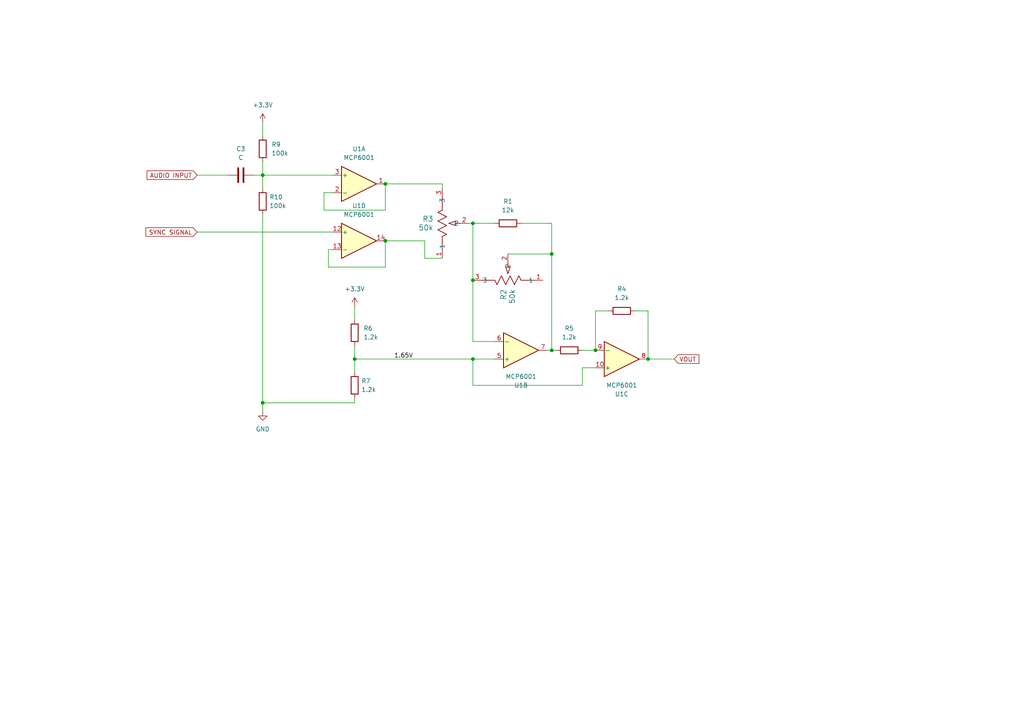
<source format=kicad_sch>
(kicad_sch (version 20231120) (generator "eeschema") (generator_version "8.0")
  (paper "A4")
  (lib_symbols
    (symbol "Amplifier_Operational:LM324" (pin_names (offset 0.127))
      (property "Reference" "U" (at 0 5.08 0))
      (property "Value" "LM324" (at 0 -5.08 0))
      (symbol "LM324_1_1"
        (polyline (pts (xy -5.08 5.08) (xy 5.08 0) (xy -5.08 -5.08) (xy -5.08 5.08)) (stroke (width 0.254)) (fill (type background)))
        (pin output line (at 7.62 0 180) (length 2.54) (name "~") (number "1"))
        (pin input line (at -7.62 -2.54 0) (length 2.54) (name "-") (number "2"))
        (pin input line (at -7.62 2.54 0) (length 2.54) (name "+") (number "3"))
      )
      (symbol "LM324_2_1"
        (polyline (pts (xy -5.08 5.08) (xy 5.08 0) (xy -5.08 -5.08) (xy -5.08 5.08)) (stroke (width 0.254)) (fill (type background)))
        (pin input line (at -7.62 2.54 0) (length 2.54) (name "+") (number "5"))
        (pin input line (at -7.62 -2.54 0) (length 2.54) (name "-") (number "6"))
        (pin output line (at 7.62 0 180) (length 2.54) (name "~") (number "7"))
      )
      (symbol "LM324_3_1"
        (polyline (pts (xy -5.08 5.08) (xy 5.08 0) (xy -5.08 -5.08) (xy -5.08 5.08)) (stroke (width 0.254)) (fill (type background)))
        (pin input line (at -7.62 2.54 0) (length 2.54) (name "+") (number "10"))
        (pin output line (at 7.62 0 180) (length 2.54) (name "~") (number "8"))
        (pin input line (at -7.62 -2.54 0) (length 2.54) (name "-") (number "9"))
      )
      (symbol "LM324_4_1"
        (polyline (pts (xy -5.08 5.08) (xy 5.08 0) (xy -5.08 -5.08) (xy -5.08 5.08)) (stroke (width 0.254)) (fill (type background)))
        (pin input line (at -7.62 2.54 0) (length 2.54) (name "+") (number "12"))
        (pin input line (at -7.62 -2.54 0) (length 2.54) (name "-") (number "13"))
        (pin output line (at 7.62 0 180) (length 2.54) (name "~") (number "14"))
      )
      (symbol "LM324_5_1"
        (pin power_in line (at -2.54 -7.62 90) (length 3.81) (name "V-") (number "11"))
        (pin power_in line (at -2.54 7.62 270) (length 3.81) (name "V+") (number "4"))
      )
    )
    (symbol "Device:C" (pin_numbers hide) (pin_names (offset 0.254))
      (property "Reference" "C" (at 0.635 2.54 0))
      (property "Value" "C" (at 0.635 -2.54 0))
      (symbol "C_0_1"
        (polyline (pts (xy -2.032 -0.762) (xy 2.032 -0.762)) (stroke (width 0.508)))
        (polyline (pts (xy -2.032 0.762) (xy 2.032 0.762)) (stroke (width 0.508)))
      )
      (symbol "C_1_1"
        (pin passive line (at 0 3.81 270) (length 2.794) (name "~") (number "1"))
        (pin passive line (at 0 -3.81 90) (length 2.794) (name "~") (number "2"))
      )
    )
    (symbol "Device:R" (pin_numbers hide) (pin_names (offset 0))
      (property "Reference" "R" (at 2.032 0 90))
      (property "Value" "R" (at 0 0 90))
      (symbol "R_0_1"
        (rectangle (start -1.016 -2.54) (end 1.016 2.54) (stroke (width 0.254)))
      )
      (symbol "R_1_1"
        (pin passive line (at 0 3.81 270) (length 1.27) (name "~") (number "1"))
        (pin passive line (at 0 -3.81 90) (length 1.27) (name "~") (number "2"))
      )
    )
    (symbol "Pot_BOURNS_10k:3386P-1-103LF" (pin_names (offset 0.254))
      (property "Reference" "R" (at 10.795 -3.175 0))
      (property "Value" "3386P-1-103LF" (at 10.795 -6.35 0))
      (symbol "3386P-1-103LF_1_1"
        (polyline (pts (xy 2.54 0) (xy 6.35 0)) (stroke (width 0.2032)))
        (polyline (pts (xy 6.35 0) (xy 6.985 1.27)) (stroke (width 0.2032)))
        (polyline (pts (xy 6.985 1.27) (xy 8.255 -1.27)) (stroke (width 0.2032)))
        (polyline (pts (xy 8.255 -1.27) (xy 9.525 1.27)) (stroke (width 0.2032)))
        (polyline (pts (xy 9.525 1.27) (xy 10.795 -1.27)) (stroke (width 0.2032)))
        (polyline (pts (xy 9.525 3.81) (xy 10.16 1.905)) (stroke (width 0.2032)))
        (polyline (pts (xy 9.525 3.81) (xy 10.795 3.81)) (stroke (width 0.2032)))
        (polyline (pts (xy 10.16 3.81) (xy 10.16 5.08)) (stroke (width 0.2032)))
        (polyline (pts (xy 10.795 -1.27) (xy 12.065 1.27)) (stroke (width 0.2032)))
        (polyline (pts (xy 10.795 3.81) (xy 10.16 1.905)) (stroke (width 0.2032)))
        (polyline (pts (xy 12.065 1.27) (xy 13.335 -1.27)) (stroke (width 0.2032)))
        (polyline (pts (xy 13.335 -1.27) (xy 13.97 0)) (stroke (width 0.2032)))
        (polyline (pts (xy 13.97 0) (xy 17.78 0)) (stroke (width 0.2032)))
        (pin unspecified line (at 0 0 0) (length 2.54) (name "1") (number "1"))
        (pin unspecified line (at 10.16 7.62 270) (length 2.54) (name "2") (number "2"))
        (pin unspecified line (at 20.32 0 180) (length 2.54) (name "3") (number "3"))
      )
      (symbol "3386P-1-103LF_1_2"
        (polyline (pts (xy -3.81 -10.795) (xy -3.81 -9.525)) (stroke (width 0.2032)))
        (polyline (pts (xy -3.81 -10.795) (xy -1.905 -10.16)) (stroke (width 0.2032)))
        (polyline (pts (xy -3.81 -10.16) (xy -5.08 -10.16)) (stroke (width 0.2032)))
        (polyline (pts (xy -3.81 -9.525) (xy -1.905 -10.16)) (stroke (width 0.2032)))
        (polyline (pts (xy -1.27 -13.335) (xy 1.27 -12.065)) (stroke (width 0.2032)))
        (polyline (pts (xy -1.27 -10.795) (xy 1.27 -9.525)) (stroke (width 0.2032)))
        (polyline (pts (xy -1.27 -8.255) (xy 1.27 -6.985)) (stroke (width 0.2032)))
        (polyline (pts (xy 0 -17.78) (xy 0 -13.97)) (stroke (width 0.2032)))
        (polyline (pts (xy 0 -13.97) (xy -1.27 -13.335)) (stroke (width 0.2032)))
        (polyline (pts (xy 0 -6.35) (xy 0 -2.54)) (stroke (width 0.2032)))
        (polyline (pts (xy 1.27 -12.065) (xy -1.27 -10.795)) (stroke (width 0.2032)))
        (polyline (pts (xy 1.27 -9.525) (xy -1.27 -8.255)) (stroke (width 0.2032)))
        (polyline (pts (xy 1.27 -6.985) (xy 0 -6.35)) (stroke (width 0.2032)))
        (pin unspecified line (at 0 0 270) (length 2.54) (name "1") (number "1"))
        (pin unspecified line (at -7.62 -10.16 0) (length 2.54) (name "2") (number "2"))
        (pin unspecified line (at 0 -20.32 90) (length 2.54) (name "3") (number "3"))
      )
    )
    (symbol "power:+3.3V" (power) (pin_numbers hide) (pin_names (offset 0) hide)
      (property "Value" "+3.3V" (at 0 3.556 0))
      (symbol "+3.3V_0_1"
        (polyline (pts (xy -0.762 1.27) (xy 0 2.54)))
        (polyline (pts (xy 0 0) (xy 0 2.54)))
        (polyline (pts (xy 0 2.54) (xy 0.762 1.27)))
      )
      (symbol "+3.3V_1_1"
        (pin power_in line (at 0 0 90) (length 0) (name "~") (number "1"))
      )
    )
    (symbol "power:GND" (power) (pin_numbers hide) (pin_names (offset 0) hide)
      (property "Value" "GND" (at 0 -3.81 0))
      (symbol "GND_0_1"
        (polyline (pts (xy 0 0) (xy 0 -1.27) (xy 1.27 -1.27) (xy 0 -2.54) (xy -1.27 -1.27) (xy 0 -1.27)))
      )
      (symbol "GND_1_1"
        (pin power_in line (at 0 0 270) (length 0) (name "~") (number "1"))
      )
    )
  )
  (junction (at 160.02 101.6))
  (junction (at 76.2 50.8))
  (junction (at 137.16 81.28))
  (junction (at 111.76 69.85))
  (junction (at 160.02 73.66))
  (junction (at 102.87 104.14))
  (junction (at 111.76 53.34))
  (junction (at 187.96 104.14))
  (junction (at 137.16 64.77))
  (junction (at 137.16 104.14))
  (junction (at 76.2 116.84))
  (junction (at 172.72 101.6))
  (wire (pts (xy 160.02 101.6) (xy 158.75 101.6)))
  (wire (pts (xy 76.2 50.8) (xy 96.52 50.8)))
  (wire (pts (xy 111.76 69.85) (xy 111.76 77.47)))
  (wire (pts (xy 137.16 64.77) (xy 143.51 64.77)))
  (wire (pts (xy 102.87 104.14) (xy 102.87 107.95)))
  (wire (pts (xy 168.91 101.6) (xy 172.72 101.6)))
  (wire (pts (xy 137.16 81.28) (xy 137.16 99.06)))
  (wire (pts (xy 184.15 90.17) (xy 187.96 90.17)))
  (wire (pts (xy 73.66 50.8) (xy 76.2 50.8)))
  (wire (pts (xy 57.15 50.8) (xy 66.04 50.8)))
  (wire (pts (xy 151.13 64.77) (xy 160.02 64.77)))
  (wire (pts (xy 160.02 73.66) (xy 160.02 101.6)))
  (wire (pts (xy 168.91 106.68) (xy 172.72 106.68)))
  (wire (pts (xy 160.02 64.77) (xy 160.02 73.66)))
  (wire (pts (xy 137.16 111.76) (xy 168.91 111.76)))
  (wire (pts (xy 123.19 69.85) (xy 123.19 74.93)))
  (wire (pts (xy 102.87 116.84) (xy 76.2 116.84)))
  (wire (pts (xy 172.72 90.17) (xy 172.72 101.6)))
  (wire (pts (xy 137.16 104.14) (xy 143.51 104.14)))
  (wire (pts (xy 76.2 50.8) (xy 76.2 54.61)))
  (wire (pts (xy 76.2 46.99) (xy 76.2 50.8)))
  (wire (pts (xy 76.2 62.23) (xy 76.2 116.84)))
  (wire (pts (xy 111.76 60.96) (xy 93.98 60.96)))
  (wire (pts (xy 168.91 111.76) (xy 168.91 106.68)))
  (wire (pts (xy 95.25 77.47) (xy 95.25 72.39)))
  (wire (pts (xy 123.19 74.93) (xy 128.27 74.93)))
  (wire (pts (xy 102.87 100.33) (xy 102.87 104.14)))
  (wire (pts (xy 57.15 67.31) (xy 96.52 67.31)))
  (wire (pts (xy 147.32 73.66) (xy 160.02 73.66)))
  (wire (pts (xy 93.98 55.88) (xy 96.52 55.88)))
  (wire (pts (xy 102.87 104.14) (xy 137.16 104.14)))
  (wire (pts (xy 137.16 104.14) (xy 137.16 111.76)))
  (wire (pts (xy 93.98 60.96) (xy 93.98 55.88)))
  (wire (pts (xy 187.96 90.17) (xy 187.96 104.14)))
  (wire (pts (xy 111.76 53.34) (xy 128.27 53.34)))
  (wire (pts (xy 176.53 90.17) (xy 172.72 90.17)))
  (wire (pts (xy 95.25 72.39) (xy 96.52 72.39)))
  (wire (pts (xy 137.16 64.77) (xy 137.16 81.28)))
  (wire (pts (xy 128.27 53.34) (xy 128.27 54.61)))
  (wire (pts (xy 111.76 53.34) (xy 111.76 60.96)))
  (wire (pts (xy 102.87 115.57) (xy 102.87 116.84)))
  (wire (pts (xy 137.16 99.06) (xy 143.51 99.06)))
  (wire (pts (xy 135.89 64.77) (xy 137.16 64.77)))
  (wire (pts (xy 187.96 104.14) (xy 195.58 104.14)))
  (wire (pts (xy 102.87 88.9) (xy 102.87 92.71)))
  (wire (pts (xy 76.2 116.84) (xy 76.2 119.38)))
  (wire (pts (xy 160.02 101.6) (xy 161.29 101.6)))
  (wire (pts (xy 76.2 35.56) (xy 76.2 39.37)))
  (wire (pts (xy 111.76 77.47) (xy 95.25 77.47)))
  (wire (pts (xy 111.76 69.85) (xy 123.19 69.85)))
  (label "1.65V" (at 114.3 104.14 0))
  (global_label "AUDIO INPUT" (shape input) (at 57.15 50.8 180) (property "Intersheetrefs" "${INTERSHEET_REFS}" (effects (hide yes))))
  (global_label "SYNC SIGNAL" (shape input) (at 57.15 67.31 180) (property "Intersheetrefs" "${INTERSHEET_REFS}" (effects (hide yes))))
  (global_label "VOUT" (shape input) (at 195.58 104.14 0) (property "Intersheetrefs" "${INTERSHEET_REFS}" (effects (hide yes))))
  (symbol (lib_id "power:GND") (at 76.2 119.38 0) (unit 1)
    (property "Reference" "#PWR01" (effects (hide yes)))
    (property "Value" "GND" (at 76.2 124.46 0))
    (property "Description" "Power symbol creates a global label with name \"GND\" , ground" (effects (hide yes)))
  )
  (symbol (lib_id "Device:R") (at 102.87 111.76 180) (unit 1)
    (property "Reference" "R7" (at 104.8002 110.4899 0) (effects (justify right)))
    (property "Value" "1.2k" (at 104.8002 113.0299 0) (effects (justify right)))
    (property "Footprint" "Resistor_SMD:R_0603_1608Metric" (effects (hide yes)))
    (property "Description" "Resistor" (effects (hide yes)))
  )
  (symbol (lib_id "Device:C") (at 69.85 50.8 90) (unit 1)
    (property "Reference" "C3" (at 69.85 43.18 90))
    (property "Value" "C" (at 69.85 45.72 90))
    (property "Description" "Unpolarized capacitor" (effects (hide yes)))
  )
  (symbol (lib_id "Amplifier_Operational:LM324") (at 180.34 104.14 0) (mirror x) (unit 3)
    (property "Reference" "U1" (at 180.34 114.3 0))
    (property "Value" "MCP6001" (at 180.34 111.76 0))
    (property "Footprint" "Package_SO:SOIC-14_3.9x8.7mm_P1.27mm" (effects (hide yes)))
    (property "Datasheet" "http://www.ti.com/lit/ds/symlink/lm2902-n.pdf" (effects (hide yes)))
    (property "Description" "Low-Power, Quad-Operational Amplifiers, DIP-14/SOIC-14/SSOP-14" (effects (hide yes)))
  )
  (symbol (lib_id "Amplifier_Operational:LM324") (at 104.14 69.85 0) (unit 4)
    (property "Reference" "U1" (at 104.14 59.69 0))
    (property "Value" "MCP6001" (at 104.14 62.23 0))
    (property "Footprint" "Package_SO:SOIC-14_3.9x8.7mm_P1.27mm" (effects (hide yes)))
    (property "Datasheet" "http://www.ti.com/lit/ds/symlink/lm2902-n.pdf" (effects (hide yes)))
    (property "Description" "Low-Power, Quad-Operational Amplifiers, DIP-14/SOIC-14/SSOP-14" (effects (hide yes)))
  )
  (symbol (lib_id "Device:R") (at 180.34 90.17 90) (unit 1)
    (property "Reference" "R4" (at 180.34 83.82 90))
    (property "Value" "1.2k" (at 180.34 86.36 90))
    (property "Footprint" "Resistor_SMD:R_0603_1608Metric" (effects (hide yes)))
    (property "Description" "Resistor" (effects (hide yes)))
  )
  (symbol (lib_id "Device:R") (at 165.1 101.6 90) (unit 1)
    (property "Reference" "R5" (at 165.1 95.25 90))
    (property "Value" "1.2k" (at 165.1 97.79 90))
    (property "Footprint" "Resistor_SMD:R_0603_1608Metric" (effects (hide yes)))
    (property "Description" "Resistor" (effects (hide yes)))
  )
  (symbol (lib_id "power:+3.3V") (at 102.87 88.9 0) (unit 1) (exclude_from_sim yes)
    (property "Reference" "#PWR02" (effects (hide yes)))
    (property "Value" "+3.3V" (at 102.87 83.82 0))
    (property "Description" "Power symbol creates a global label with name \"+3.3V\"" (effects (hide yes)))
  )
  (symbol (lib_id "Device:R") (at 76.2 43.18 180) (unit 1)
    (property "Reference" "R9" (at 78.74 41.9099 0) (effects (justify right)))
    (property "Value" "100k" (at 78.74 44.4499 0) (effects (justify right)))
    (property "Footprint" "Resistor_SMD:R_0603_1608Metric" (effects (hide yes)))
    (property "Description" "Resistor" (effects (hide yes)))
  )
  (symbol (lib_id "Device:R") (at 102.87 96.52 180) (unit 1)
    (property "Reference" "R6" (at 105.41 95.2499 0) (effects (justify right)))
    (property "Value" "1.2k" (at 105.41 97.7899 0) (effects (justify right)))
    (property "Footprint" "Resistor_SMD:R_0603_1608Metric" (effects (hide yes)))
    (property "Description" "Resistor" (effects (hide yes)))
  )
  (symbol (lib_id "Pot_BOURNS_10k:3386P-1-103LF") (at 128.27 74.93 270) (mirror x) (unit 1)
    (property "Reference" "R3" (at 125.73 63.4999 90) (effects (font (size 1.524 1.524)) (justify right)))
    (property "Value" "50k" (at 125.73 66.0399 90) (effects (font (size 1.524 1.524)) (justify right)))
    (property "Footprint" "POT_3386P" (effects (hide yes)))
    (property "Datasheet" "3386P-1-103LF" (effects (hide yes)))
  )
  (symbol (lib_id "Amplifier_Operational:LM324") (at 151.13 101.6 0) (mirror x) (unit 2)
    (property "Reference" "U1" (at 151.13 111.76 0))
    (property "Value" "MCP6001" (at 151.13 109.22 0))
    (property "Footprint" "Package_SO:SOIC-14_3.9x8.7mm_P1.27mm" (effects (hide yes)))
    (property "Datasheet" "http://www.ti.com/lit/ds/symlink/lm2902-n.pdf" (effects (hide yes)))
    (property "Description" "Low-Power, Quad-Operational Amplifiers, DIP-14/SOIC-14/SSOP-14" (effects (hide yes)))
  )
  (symbol (lib_id "Device:R") (at 147.32 64.77 270) (unit 1)
    (property "Reference" "R1" (at 147.32 58.42 90))
    (property "Value" "12k" (at 147.32 60.96 90))
    (property "Footprint" "Resistor_SMD:R_0603_1608Metric" (effects (hide yes)))
    (property "Description" "Resistor" (effects (hide yes)))
  )
  (symbol (lib_id "Pot_BOURNS_10k:3386P-1-103LF") (at 157.48 81.28 0) (mirror y) (unit 1)
    (property "Reference" "R2" (at 146.0499 83.82 90) (effects (font (size 1.524 1.524)) (justify right)))
    (property "Value" "50k" (at 148.5899 83.82 90) (effects (font (size 1.524 1.524)) (justify right)))
    (property "Footprint" "POT_3386P" (effects (hide yes)))
    (property "Datasheet" "3386P-1-103LF" (effects (hide yes)))
  )
  (symbol (lib_id "power:+3.3V") (at 76.2 35.56 0) (unit 1) (exclude_from_sim yes)
    (property "Reference" "#PWR03" (effects (hide yes)))
    (property "Value" "+3.3V" (at 76.2 30.48 0))
    (property "Description" "Power symbol creates a global label with name \"+3.3V\"" (effects (hide yes)))
  )
  (symbol (lib_id "Amplifier_Operational:LM324") (at 104.14 53.34 0) (unit 1)
    (property "Reference" "U1" (at 104.14 43.18 0))
    (property "Value" "MCP6001" (at 104.14 45.72 0))
    (property "Footprint" "Package_SO:SOIC-14_3.9x8.7mm_P1.27mm" (effects (hide yes)))
    (property "Datasheet" "http://www.ti.com/lit/ds/symlink/lm2902-n.pdf" (effects (hide yes)))
    (property "Description" "Low-Power, Quad-Operational Amplifiers, DIP-14/SOIC-14/SSOP-14" (effects (hide yes)))
  )
  (symbol (lib_id "Device:R") (at 76.2 58.42 180) (unit 1)
    (property "Reference" "R10" (at 78.1302 57.1499 0) (effects (justify right)))
    (property "Value" "100k" (at 78.1302 59.6899 0) (effects (justify right)))
    (property "Footprint" "Resistor_SMD:R_0603_1608Metric" (effects (hide yes)))
    (property "Description" "Resistor" (effects (hide yes)))
  )
)
</source>
